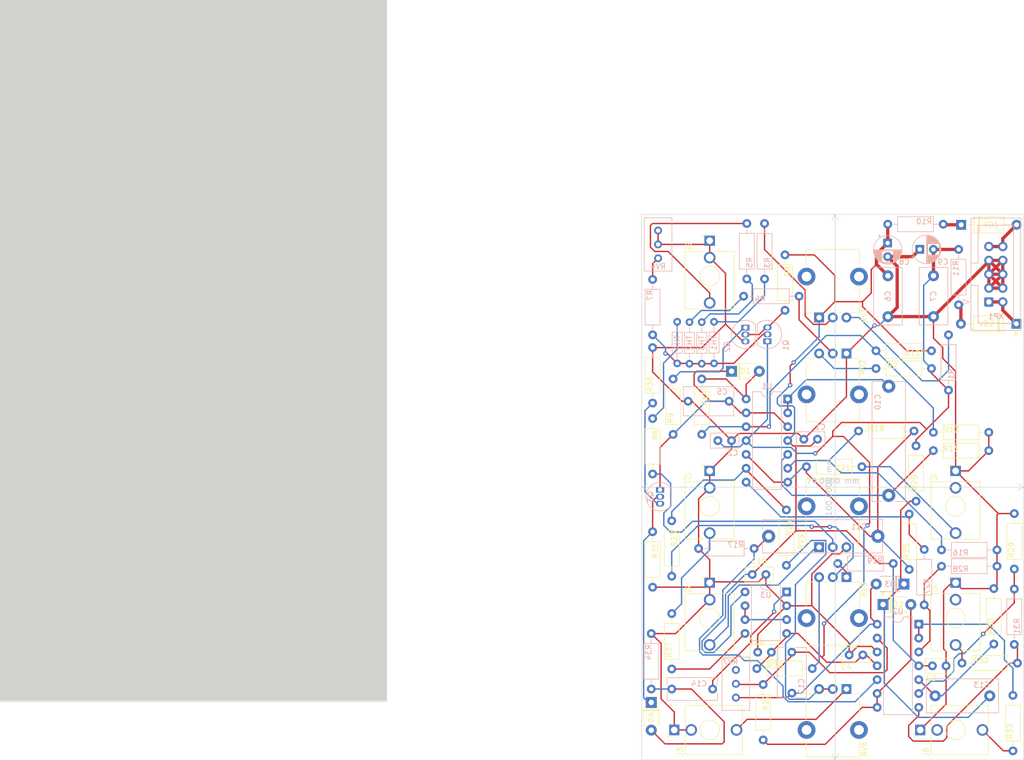
<source format=kicad_pcb>
(kicad_pcb (version 20211014) (generator pcbnew)

  (general
    (thickness 1.6)
  )

  (paper "A4")
  (layers
    (0 "F.Cu" signal)
    (31 "B.Cu" signal)
    (32 "B.Adhes" user "B.Adhesive")
    (33 "F.Adhes" user "F.Adhesive")
    (34 "B.Paste" user)
    (35 "F.Paste" user)
    (36 "B.SilkS" user "B.Silkscreen")
    (37 "F.SilkS" user "F.Silkscreen")
    (38 "B.Mask" user)
    (39 "F.Mask" user)
    (40 "Dwgs.User" user "User.Drawings")
    (41 "Cmts.User" user "User.Comments")
    (42 "Eco1.User" user "User.Eco1")
    (43 "Eco2.User" user "User.Eco2")
    (44 "Edge.Cuts" user)
    (45 "Margin" user)
    (46 "B.CrtYd" user "B.Courtyard")
    (47 "F.CrtYd" user "F.Courtyard")
    (48 "B.Fab" user)
    (49 "F.Fab" user)
    (50 "User.1" user)
    (51 "User.2" user)
    (52 "User.3" user)
    (53 "User.4" user)
    (54 "User.5" user)
    (55 "User.6" user)
    (56 "User.7" user)
    (57 "User.8" user)
    (58 "User.9" user)
  )

  (setup
    (pad_to_mask_clearance 0)
    (pcbplotparams
      (layerselection 0x00010fc_ffffffff)
      (disableapertmacros false)
      (usegerberextensions false)
      (usegerberattributes true)
      (usegerberadvancedattributes true)
      (creategerberjobfile true)
      (svguseinch false)
      (svgprecision 6)
      (excludeedgelayer true)
      (plotframeref false)
      (viasonmask false)
      (mode 1)
      (useauxorigin false)
      (hpglpennumber 1)
      (hpglpenspeed 20)
      (hpglpendiameter 15.000000)
      (dxfpolygonmode true)
      (dxfimperialunits true)
      (dxfusepcbnewfont true)
      (psnegative false)
      (psa4output false)
      (plotreference true)
      (plotvalue true)
      (plotinvisibletext false)
      (sketchpadsonfab false)
      (subtractmaskfromsilk false)
      (outputformat 1)
      (mirror false)
      (drillshape 1)
      (scaleselection 1)
      (outputdirectory "")
    )
  )

  (net 0 "")
  (net 1 "+12V")
  (net 2 "GNDREF")
  (net 3 "-12V")
  (net 4 "Net-(C5-Pad1)")
  (net 5 "Net-(C10-Pad1)")
  (net 6 "Net-(C10-Pad2)")
  (net 7 "Net-(C11-Pad1)")
  (net 8 "Net-(C11-Pad2)")
  (net 9 "Net-(C12-Pad1)")
  (net 10 "Net-(C12-Pad2)")
  (net 11 "Net-(C13-Pad1)")
  (net 12 "Net-(C13-Pad2)")
  (net 13 "Net-(D1-Pad2)")
  (net 14 "Net-(D2-Pad2)")
  (net 15 "Net-(C14-Pad1)")
  (net 16 "Net-(Q1-Pad3)")
  (net 17 "Net-(Q2-Pad1)")
  (net 18 "Net-(R1-Pad1)")
  (net 19 "Net-(R2-Pad1)")
  (net 20 "Net-(R3-Pad1)")
  (net 21 "Net-(R3-Pad2)")
  (net 22 "Net-(R4-Pad1)")
  (net 23 "Net-(R4-Pad2)")
  (net 24 "Net-(R5-Pad1)")
  (net 25 "Net-(J2-PadT)")
  (net 26 "Net-(R6-Pad1)")
  (net 27 "Net-(R6-Pad2)")
  (net 28 "Net-(R7-Pad2)")
  (net 29 "Net-(R10-Pad1)")
  (net 30 "Net-(R11-Pad2)")
  (net 31 "Net-(R12-Pad2)")
  (net 32 "Net-(R16-Pad1)")
  (net 33 "Net-(R19-Pad2)")
  (net 34 "Net-(R20-Pad1)")
  (net 35 "Net-(J4-PadT)")
  (net 36 "Net-(R23-Pad1)")
  (net 37 "Net-(R23-Pad2)")
  (net 38 "Net-(R24-Pad2)")
  (net 39 "Net-(R25-Pad2)")
  (net 40 "Net-(R27-Pad2)")
  (net 41 "Net-(R29-Pad1)")
  (net 42 "Net-(R31-Pad1)")
  (net 43 "Net-(J5-PadT)")
  (net 44 "Net-(J6-PadT)")
  (net 45 "Net-(R33-Pad2)")
  (net 46 "/FM IN LVL")
  (net 47 "Net-(J3-PadT)")
  (net 48 "unconnected-(RV7-Pad1)")
  (net 49 "Net-(VD1-Pad2)")
  (net 50 "Net-(VD2-Pad1)")
  (net 51 "Net-(C14-Pad2)")
  (net 52 "Net-(D4-Pad1)")
  (net 53 "unconnected-(J4-PadTN)")
  (net 54 "unconnected-(J5-PadTN)")
  (net 55 "unconnected-(J6-PadTN)")
  (net 56 "Net-(J7-PadT)")
  (net 57 "Net-(Q1-Pad2)")
  (net 58 "Net-(Q3-Pad3)")
  (net 59 "Net-(R37-Pad1)")
  (net 60 "Net-(U3-Pad3)")

  (footprint "Capacitor_THT:C_Disc_D5.0mm_W2.5mm_P2.50mm" (layer "F.Cu") (at 41.25 94.25))

  (footprint "SynthMages:Jack_3.5mm_QingPu_WQP-PJ398SM_Vertical_CircularHoles_Socket_Centered" (layer "F.Cu") (at 32.45 88))

  (footprint "Resistor_THT:R_Axial_DIN0207_L6.3mm_D2.5mm_P10.16mm_Horizontal" (layer "F.Cu") (at 42.25 100.17 -90))

  (footprint "SynthMages:Potentiometer_Alpha_RD901F-40-00D_Single_Vertical_CircularHoles_Shaft_Centered" (layer "F.Cu") (at 55 47 -90))

  (footprint "Resistor_THT:R_Axial_DIN0207_L6.3mm_D2.5mm_P10.16mm_Horizontal" (layer "F.Cu") (at 60.33 60.25 180))

  (footprint "SynthMages:Jack_3.5mm_QingPu_WQP-PJ398SM_Vertical_CircularHoles_Socket_Centered" (layer "F.Cu") (at 77.5 88))

  (footprint "Resistor_THT:R_Axial_DIN0207_L6.3mm_D2.5mm_P10.16mm_Horizontal" (layer "F.Cu") (at 22 51.42 -90))

  (footprint "SynthMages:Jack_3.5mm_QingPu_WQP-PJ398SM_Vertical_CircularHoles_Socket_Centered" (layer "F.Cu") (at 32.45 67.5))

  (footprint "Resistor_THT:R_Axial_DIN0207_L6.3mm_D2.5mm_P10.16mm_Horizontal" (layer "F.Cu") (at 78.67 96.25))

  (footprint "SynthMages:Jack_3.5mm_QingPu_WQP-PJ398SM_Vertical_CircularHoles_Socket_Centered" (layer "F.Cu") (at 77.5 108.5 90))

  (footprint "SynthMages:Jack_3.5mm_QingPu_WQP-PJ398SM_Vertical_CircularHoles_Socket_Centered" (layer "F.Cu") (at 32.45 25.3))

  (footprint "Resistor_THT:R_Axial_DIN0207_L6.3mm_D2.5mm_P10.16mm_Horizontal" (layer "F.Cu") (at 46.5 68.17 -90))

  (footprint "Resistor_THT:R_Axial_DIN0207_L6.3mm_D2.5mm_P10.16mm_Horizontal" (layer "F.Cu") (at 88 112.33 90))

  (footprint "Resistor_THT:R_Axial_DIN0207_L6.3mm_D2.5mm_P10.16mm_Horizontal" (layer "F.Cu") (at 88.25 79 90))

  (footprint "Capacitor_THT:C_Disc_D5.0mm_W2.5mm_P2.50mm" (layer "F.Cu") (at 40.25 80))

  (footprint "Capacitor_THT:C_Disc_D5.0mm_W2.5mm_P2.50mm" (layer "F.Cu") (at 58 94.75))

  (footprint "Resistor_THT:R_Axial_DIN0207_L6.3mm_D2.5mm_P10.16mm_Horizontal" (layer "F.Cu") (at 73.42 57.3))

  (footprint "SynthMages:Potentiometer_Alpha_RD901F-40-00D_Single_Vertical_CircularHoles_Shaft_Centered" (layer "F.Cu") (at 55 88 -90))

  (footprint "Resistor_THT:R_Axial_DIN0207_L6.3mm_D2.5mm_P10.16mm_Horizontal" (layer "F.Cu") (at 73.08 39 180))

  (footprint "Diode_THT:D_A-405_P10.16mm_Horizontal" (layer "F.Cu") (at 88.63 34.05 180))

  (footprint "Capacitor_THT:C_Disc_D5.0mm_W2.5mm_P2.50mm" (layer "F.Cu") (at 73.25 96.75))

  (footprint "Diode_THT:D_T-1_P5.08mm_Horizontal" (layer "F.Cu") (at 64.21 85.5))

  (footprint "SynthMages:Jack_3.5mm_QingPu_WQP-PJ398SM_Vertical_CircularHoles_Socket_Centered" (layer "F.Cu") (at 32.45 108.5 90))

  (footprint "Resistor_THT:R_Axial_DIN0207_L6.3mm_D2.5mm_P10.16mm_Horizontal" (layer "F.Cu") (at 22 48.58 90))

  (footprint "Diode_THT:D_T-1_P5.08mm_Horizontal" (layer "F.Cu") (at 36.46 42.75))

  (footprint "Resistor_THT:R_Axial_DIN0207_L6.3mm_D2.5mm_P10.16mm_Horizontal" (layer "F.Cu") (at 62.92 42.25))

  (footprint "Resistor_THT:R_Axial_DIN0207_L6.3mm_D2.5mm_P10.16mm_Horizontal" (layer "F.Cu") (at 25.5 97.33 90))

  (footprint "Resistor_THT:R_Axial_DIN0207_L6.3mm_D2.5mm_P10.16mm_Horizontal" (layer "F.Cu") (at 22 72.17 -90))

  (footprint "SynthMages:Potentiometer_Alpha_RD901F-40-00D_Single_Vertical_CircularHoles_Shaft_Centered" (layer "F.Cu") (at 55 25.4 90))

  (footprint "Resistor_THT:R_Axial_DIN0207_L6.3mm_D2.5mm_P10.16mm_Horizontal" (layer "F.Cu") (at 84.5 92.75 90))

  (footprint "Resistor_THT:R_Axial_DIN0207_L6.3mm_D2.5mm_P10.16mm_Horizontal" (layer "F.Cu") (at 51.25 97.25 180))

  (footprint "Resistor_THT:R_Axial_DIN0207_L6.3mm_D2.5mm_P10.16mm_Horizontal" (layer "F.Cu") (at 46.25 21.42 -90))

  (footprint "Diode_THT:D_T-1_P5.08mm_Horizontal" (layer "F.Cu") (at 21.75 103.46 -90))

  (footprint "Resistor_THT:R_Axial_DIN0207_L6.3mm_D2.5mm_P10.16mm_Horizontal" (layer "F.Cu") (at 73.42 53.95))

  (footprint "Resistor_THT:R_Axial_DIN0207_L6.3mm_D2.5mm_P10.16mm_Horizontal" (layer "F.Cu") (at 69 79.08 90))

  (footprint "SynthMages:Potentiometer_Alpha_RD901F-40-00D_Single_Vertical_CircularHoles_Shaft_Centered" (layer "F.Cu") (at 55 67.5 90))

  (footprint "Resistor_THT:R_Axial_DIN0207_L6.3mm_D2.5mm_P10.16mm_Horizontal" (layer "F.Cu") (at 25.75 54.33 90))

  (footprint "Resistor_THT:R_Axial_DIN0207_L6.3mm_D2.5mm_P10.16mm_Horizontal" (layer "F.Cu") (at 25.5 70.17 -90))

  (footprint "Resistor_THT:R_Axial_DIN0207_L6.3mm_D2.5mm_P10.16mm_Horizontal" (layer "F.Cu") (at 70.25 66.58 90))

  (footprint "Resistor_THT:R_Axial_DIN0207_L6.3mm_D2.5mm_P10.16mm_Horizontal" (layer "F.Cu") (at 59.72 53.7))

  (footprint "Resistor_THT:R_Axial_DIN0207_L6.3mm_D2.5mm_P10.16mm_Horizontal" (layer "F.Cu") (at 31 44.17 -90))

  (footprint "Diode_THT:D_A-405_P10.16mm_Horizontal" (layer "F.Cu") (at 78.52 15.9))

  (footprint "SynthMages:Jack_3.5mm_QingPu_WQP-PJ398SM_Vertical_CircularHoles_Socket_Centered" (layer "F.Cu") (at 77.5 67.5))

  (footprint "SynthMages:Potentiometer_Alpha_RD901F-40-00D_Single_Vertical_CircularHoles_Shaft_Centered" (layer "F.Cu") (at 55 108.5 -90))

  (footprint "Resistor_THT:R_Axial_DIN0207_L6.3mm_D2.5mm_P10.16mm_Horizontal" (layer "B.Cu") (at 76.2 36.07 -90))

  (footprint "Resistor_THT:R_Axial_DIN0207_L6.3mm_D2.5mm_P10.16mm_Horizontal" (layer "B.Cu") (at 39.25 25.83 90))

  (footprint "Resistor_THT:R_Axial_DIN0207_L6.3mm_D2.5mm_P10.16mm_Horizontal" (layer "B.Cu") (at 40.58 75.25 180))

  (footprint "Resistor_THT:R_Axial_DIN0207_L6.3mm_D2.5mm_P10.16mm_Horizontal" (layer "B.Cu")
    (tedit 5AE5139B) (tstamp 113af8af-bb2c-45b6-adcb-bb42dbd1e7e4)
    (at 74.92 75.5)
    (descr "Resistor, Axial_DIN0207 series, Axial, 
... [242334 chars truncated]
</source>
